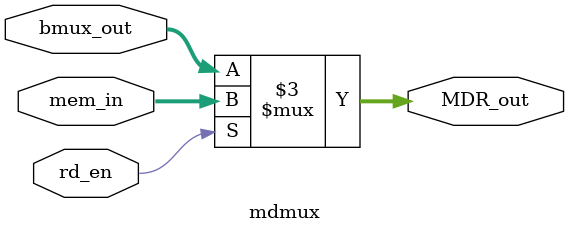
<source format=v>
module mdmux(
        input [31:0] bmux_out,
        input [31:0] mem_in,
        input rd_en,
        output reg [31:0] MDR_out
    );

    always @ (*) begin
        if (rd_en) begin
            MDR_out = mem_in;
        end else begin
            MDR_out = bmux_out;
        end
    end
endmodule
</source>
